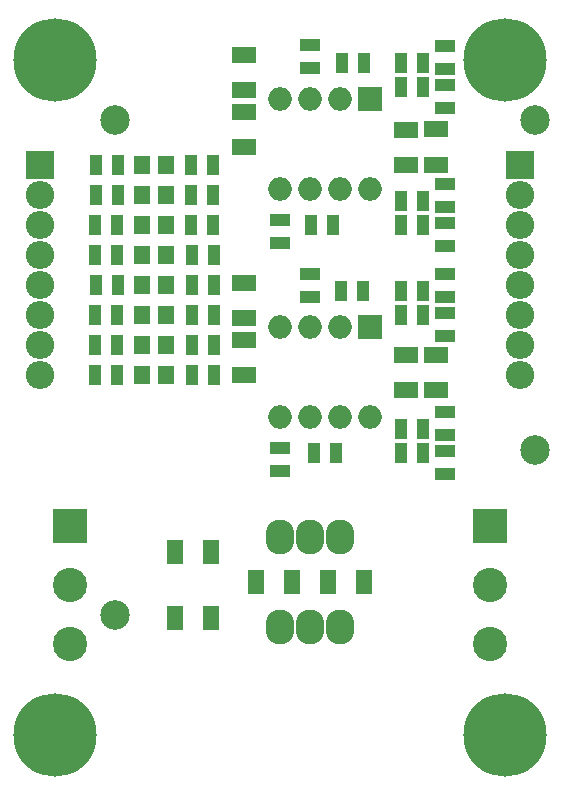
<source format=gbr>
G04 #@! TF.FileFunction,Soldermask,Top*
%FSLAX46Y46*%
G04 Gerber Fmt 4.6, Leading zero omitted, Abs format (unit mm)*
G04 Created by KiCad (PCBNEW 4.0.5-e0-6337~49~ubuntu15.04.1) date Sun Oct 22 22:27:52 2017*
%MOMM*%
%LPD*%
G01*
G04 APERTURE LIST*
%ADD10C,0.100000*%
%ADD11C,7.050000*%
%ADD12R,1.400000X1.650000*%
%ADD13R,1.400000X2.000000*%
%ADD14R,2.000000X1.400000*%
%ADD15R,1.100000X1.700000*%
%ADD16R,1.700000X1.100000*%
%ADD17R,2.000000X2.000000*%
%ADD18O,2.000000X2.000000*%
%ADD19O,2.432000X2.940000*%
%ADD20O,2.398980X2.398980*%
%ADD21R,2.398980X2.398980*%
%ADD22C,2.900000*%
%ADD23R,2.900000X2.900000*%
%ADD24C,2.500000*%
G04 APERTURE END LIST*
D10*
D11*
X62230000Y-88900000D03*
X100330000Y-88900000D03*
X100330000Y-31750000D03*
D12*
X69612000Y-40640000D03*
X71612000Y-40640000D03*
X71612000Y-43180000D03*
X69612000Y-43180000D03*
X69612000Y-45720000D03*
X71612000Y-45720000D03*
X71612000Y-48260000D03*
X69612000Y-48260000D03*
D13*
X75414000Y-73406000D03*
X72414000Y-73406000D03*
X88368000Y-75946000D03*
X85368000Y-75946000D03*
D14*
X94488000Y-40592000D03*
X94488000Y-37592000D03*
X94488000Y-59666000D03*
X94488000Y-56666000D03*
D13*
X72414000Y-78994000D03*
X75414000Y-78994000D03*
X82272000Y-75946000D03*
X79272000Y-75946000D03*
D14*
X78232000Y-31266000D03*
X78232000Y-34266000D03*
X78232000Y-50570000D03*
X78232000Y-53570000D03*
D12*
X69612000Y-50800000D03*
X71612000Y-50800000D03*
X71612000Y-53340000D03*
X69612000Y-53340000D03*
X69612000Y-55880000D03*
X71612000Y-55880000D03*
X71612000Y-58420000D03*
X69612000Y-58420000D03*
D15*
X67564000Y-40640000D03*
X65664000Y-40640000D03*
X75626000Y-40640000D03*
X73726000Y-40640000D03*
D16*
X83820000Y-30480000D03*
X83820000Y-32380000D03*
D15*
X93406000Y-34036000D03*
X91506000Y-34036000D03*
X93406000Y-32004000D03*
X91506000Y-32004000D03*
D16*
X95250000Y-30546000D03*
X95250000Y-32446000D03*
X95250000Y-35748000D03*
X95250000Y-33848000D03*
D15*
X67564000Y-43180000D03*
X65664000Y-43180000D03*
X75626000Y-43180000D03*
X73726000Y-43180000D03*
X88392000Y-32004000D03*
X86492000Y-32004000D03*
X67498000Y-45720000D03*
X65598000Y-45720000D03*
X75626000Y-45720000D03*
X73726000Y-45720000D03*
D16*
X81280000Y-47178000D03*
X81280000Y-45278000D03*
D15*
X93406000Y-43688000D03*
X91506000Y-43688000D03*
X93406000Y-45720000D03*
X91506000Y-45720000D03*
D16*
X95250000Y-47432000D03*
X95250000Y-45532000D03*
X95250000Y-42230000D03*
X95250000Y-44130000D03*
D15*
X67498000Y-48260000D03*
X65598000Y-48260000D03*
X75692000Y-48260000D03*
X73792000Y-48260000D03*
X85786000Y-45720000D03*
X83886000Y-45720000D03*
X67564000Y-50800000D03*
X65664000Y-50800000D03*
X75692000Y-50800000D03*
X73792000Y-50800000D03*
D16*
X83820000Y-49850000D03*
X83820000Y-51750000D03*
D15*
X93406000Y-51308000D03*
X91506000Y-51308000D03*
X93406000Y-53340000D03*
X91506000Y-53340000D03*
D16*
X95250000Y-55052000D03*
X95250000Y-53152000D03*
X95250000Y-49850000D03*
X95250000Y-51750000D03*
D15*
X67498000Y-53340000D03*
X65598000Y-53340000D03*
X75692000Y-53340000D03*
X73792000Y-53340000D03*
X88326000Y-51308000D03*
X86426000Y-51308000D03*
X67498000Y-55880000D03*
X65598000Y-55880000D03*
X75692000Y-55880000D03*
X73792000Y-55880000D03*
D16*
X81280000Y-66482000D03*
X81280000Y-64582000D03*
D15*
X93406000Y-65024000D03*
X91506000Y-65024000D03*
X93406000Y-62992000D03*
X91506000Y-62992000D03*
D16*
X95250000Y-66736000D03*
X95250000Y-64836000D03*
X95250000Y-61534000D03*
X95250000Y-63434000D03*
D15*
X67498000Y-58420000D03*
X65598000Y-58420000D03*
X75692000Y-58420000D03*
X73792000Y-58420000D03*
X86040000Y-65024000D03*
X84140000Y-65024000D03*
D17*
X88900000Y-35052000D03*
D18*
X81280000Y-42672000D03*
X86360000Y-35052000D03*
X83820000Y-42672000D03*
X83820000Y-35052000D03*
X86360000Y-42672000D03*
X81280000Y-35052000D03*
X88900000Y-42672000D03*
D19*
X83820000Y-72136000D03*
X86360000Y-72136000D03*
X81280000Y-72136000D03*
X83820000Y-79756000D03*
X81280000Y-79756000D03*
X86360000Y-79756000D03*
D17*
X88900000Y-54356000D03*
D18*
X81280000Y-61976000D03*
X86360000Y-54356000D03*
X83820000Y-61976000D03*
X83820000Y-54356000D03*
X86360000Y-61976000D03*
X81280000Y-54356000D03*
X88900000Y-61976000D03*
D20*
X60960000Y-48260000D03*
D21*
X60960000Y-40640000D03*
D20*
X60960000Y-43180000D03*
X60960000Y-45720000D03*
X60960000Y-50800000D03*
X60960000Y-53340000D03*
X60960000Y-55880000D03*
X60960000Y-58420000D03*
X101600000Y-48260000D03*
D21*
X101600000Y-40640000D03*
D20*
X101600000Y-43180000D03*
X101600000Y-45720000D03*
X101600000Y-50800000D03*
X101600000Y-53340000D03*
X101600000Y-55880000D03*
X101600000Y-58420000D03*
D22*
X63500000Y-81200000D03*
D23*
X63500000Y-71200000D03*
D22*
X63500000Y-76200000D03*
X99060000Y-81200000D03*
D23*
X99060000Y-71200000D03*
D22*
X99060000Y-76200000D03*
D14*
X91948000Y-40616000D03*
X91948000Y-37616000D03*
X78232000Y-39116000D03*
X78232000Y-36116000D03*
X91948000Y-59690000D03*
X91948000Y-56690000D03*
X78232000Y-58396000D03*
X78232000Y-55396000D03*
D24*
X67310000Y-36830000D03*
X102870000Y-36830000D03*
X67310000Y-78740000D03*
X102870000Y-64770000D03*
D11*
X62230000Y-31750000D03*
M02*

</source>
